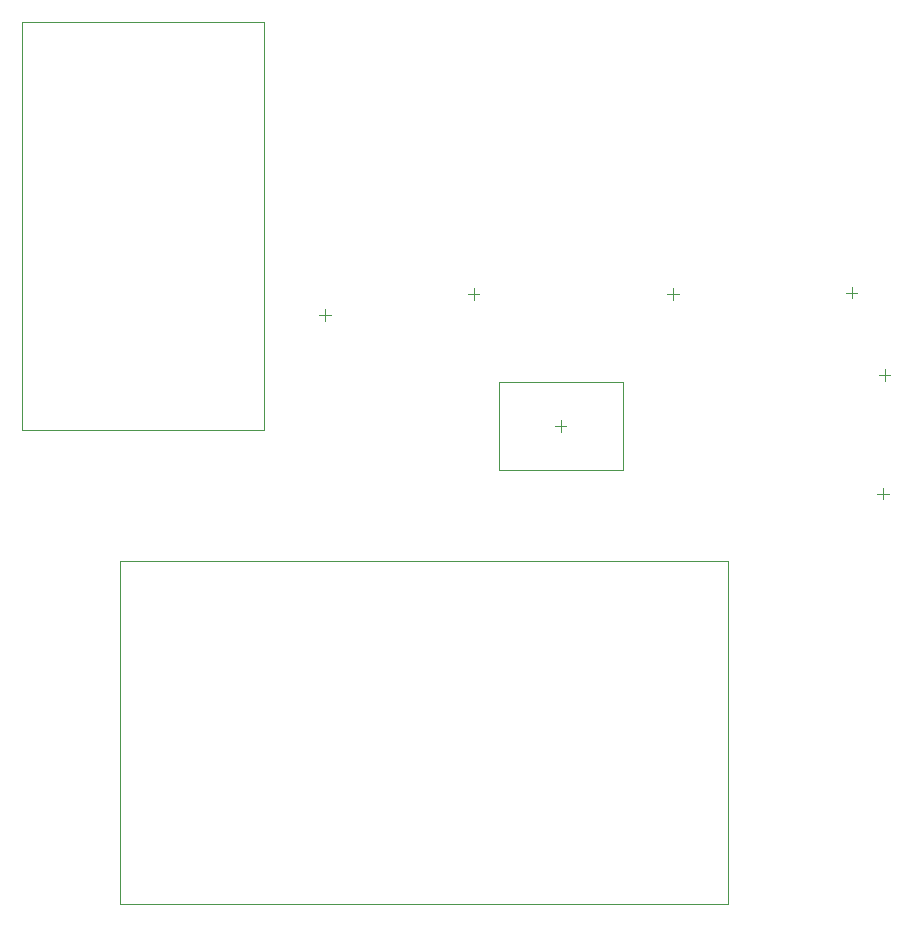
<source format=gbr>
G04*
G04 #@! TF.GenerationSoftware,Altium Limited,Altium Designer,24.3.1 (35)*
G04*
G04 Layer_Color=32768*
%FSLAX25Y25*%
%MOIN*%
G70*
G04*
G04 #@! TF.SameCoordinates,1CC19C7B-97DE-4EE6-9EAD-702A75026B31*
G04*
G04*
G04 #@! TF.FilePolarity,Positive*
G04*
G01*
G75*
%ADD53C,0.00394*%
%ADD54C,0.00197*%
D53*
X287531Y165500D02*
X291469D01*
X289500Y163531D02*
Y167469D01*
X180031Y188000D02*
X183968D01*
X182000Y186031D02*
Y189969D01*
X202669Y173236D02*
Y202764D01*
X161331Y173236D02*
Y202764D01*
X202669D01*
X161331Y173236D02*
X202669D01*
X103500Y223031D02*
Y226968D01*
X101531Y225000D02*
X105468D01*
X153000Y230031D02*
Y233968D01*
X151031Y232000D02*
X154968D01*
X219500Y230031D02*
Y233968D01*
X217531Y232000D02*
X221468D01*
X279000Y230531D02*
Y234468D01*
X277031Y232500D02*
X280968D01*
X290000Y203032D02*
Y206969D01*
X288032Y205000D02*
X291969D01*
D54*
X35303Y28795D02*
Y143008D01*
X237862D01*
Y28795D02*
Y143008D01*
X35303Y28795D02*
X237862D01*
X2488Y322539D02*
X83197D01*
Y186713D02*
Y322539D01*
X2488Y186713D02*
X83197D01*
X2488D02*
Y322539D01*
M02*

</source>
